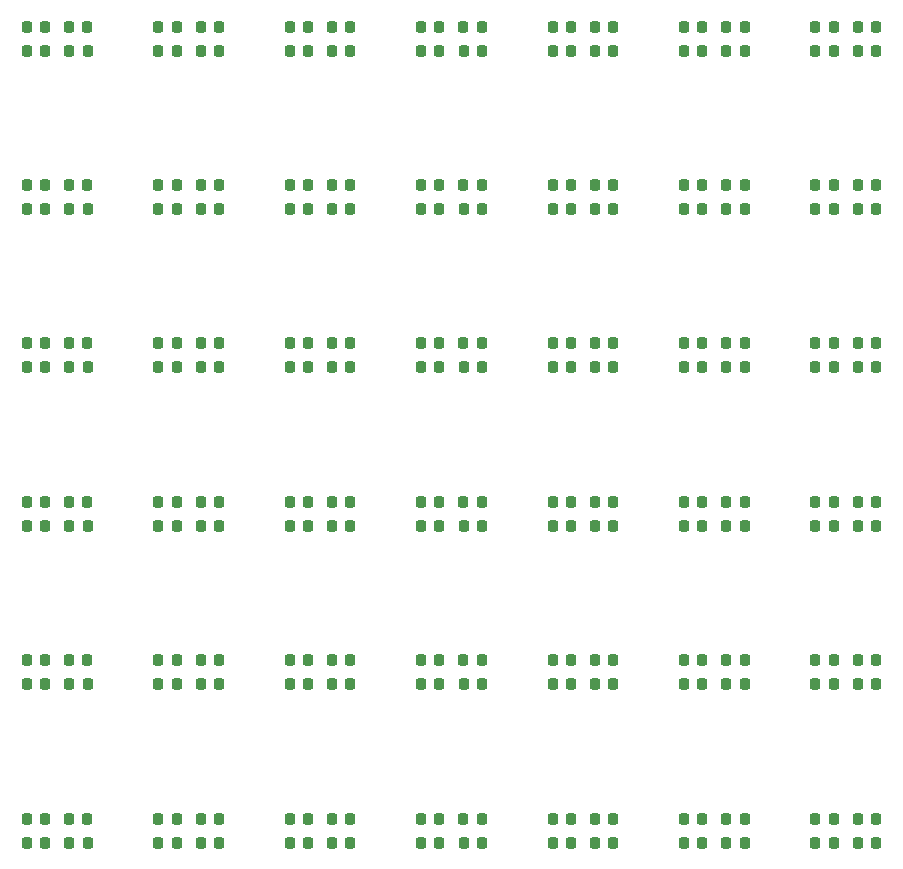
<source format=gbr>
%TF.GenerationSoftware,KiCad,Pcbnew,(6.0.5-0)*%
%TF.CreationDate,2022-12-26T11:12:43+01:00*%
%TF.ProjectId,panel,70616e65-6c2e-46b6-9963-61645f706362,rev?*%
%TF.SameCoordinates,Original*%
%TF.FileFunction,Paste,Bot*%
%TF.FilePolarity,Positive*%
%FSLAX46Y46*%
G04 Gerber Fmt 4.6, Leading zero omitted, Abs format (unit mm)*
G04 Created by KiCad (PCBNEW (6.0.5-0)) date 2022-12-26 11:12:43*
%MOMM*%
%LPD*%
G01*
G04 APERTURE LIST*
G04 Aperture macros list*
%AMRoundRect*
0 Rectangle with rounded corners*
0 $1 Rounding radius*
0 $2 $3 $4 $5 $6 $7 $8 $9 X,Y pos of 4 corners*
0 Add a 4 corners polygon primitive as box body*
4,1,4,$2,$3,$4,$5,$6,$7,$8,$9,$2,$3,0*
0 Add four circle primitives for the rounded corners*
1,1,$1+$1,$2,$3*
1,1,$1+$1,$4,$5*
1,1,$1+$1,$6,$7*
1,1,$1+$1,$8,$9*
0 Add four rect primitives between the rounded corners*
20,1,$1+$1,$2,$3,$4,$5,0*
20,1,$1+$1,$4,$5,$6,$7,0*
20,1,$1+$1,$6,$7,$8,$9,0*
20,1,$1+$1,$8,$9,$2,$3,0*%
G04 Aperture macros list end*
%ADD10RoundRect,0.225000X0.225000X0.250000X-0.225000X0.250000X-0.225000X-0.250000X0.225000X-0.250000X0*%
%ADD11RoundRect,0.225000X-0.225000X-0.250000X0.225000X-0.250000X0.225000X0.250000X-0.225000X0.250000X0*%
G04 APERTURE END LIST*
D10*
%TO.C,C1*%
X85260800Y-74879000D03*
X83710800Y-74879000D03*
%TD*%
%TO.C,C1*%
X40748800Y-74879000D03*
X39198800Y-74879000D03*
%TD*%
D11*
%TO.C,C3*%
X87305200Y-21223000D03*
X88855200Y-21223000D03*
%TD*%
%TO.C,C3*%
X42793200Y-48051000D03*
X44343200Y-48051000D03*
%TD*%
D10*
%TO.C,C1*%
X85260800Y-48051000D03*
X83710800Y-48051000D03*
%TD*%
%TO.C,C2*%
X85260800Y-86261000D03*
X83710800Y-86261000D03*
%TD*%
D11*
%TO.C,C3*%
X31665200Y-74879000D03*
X33215200Y-74879000D03*
%TD*%
D10*
%TO.C,C1*%
X29620800Y-61465000D03*
X28070800Y-61465000D03*
%TD*%
%TO.C,C2*%
X63004800Y-46019000D03*
X61454800Y-46019000D03*
%TD*%
D11*
%TO.C,C3*%
X65049200Y-21223000D03*
X66599200Y-21223000D03*
%TD*%
D10*
%TO.C,C2*%
X51876800Y-19191000D03*
X50326800Y-19191000D03*
%TD*%
%TO.C,C4*%
X33202200Y-32605000D03*
X31652200Y-32605000D03*
%TD*%
%TO.C,C1*%
X40748800Y-48051000D03*
X39198800Y-48051000D03*
%TD*%
%TO.C,C4*%
X44330200Y-72847000D03*
X42780200Y-72847000D03*
%TD*%
%TO.C,C2*%
X51876800Y-59433000D03*
X50326800Y-59433000D03*
%TD*%
%TO.C,C4*%
X88842200Y-72847000D03*
X87292200Y-72847000D03*
%TD*%
%TO.C,C1*%
X85260800Y-61465000D03*
X83710800Y-61465000D03*
%TD*%
%TO.C,C4*%
X77714200Y-46019000D03*
X76164200Y-46019000D03*
%TD*%
D11*
%TO.C,C3*%
X31665200Y-88293000D03*
X33215200Y-88293000D03*
%TD*%
D10*
%TO.C,C2*%
X40748800Y-59433000D03*
X39198800Y-59433000D03*
%TD*%
%TO.C,C4*%
X55458200Y-46019000D03*
X53908200Y-46019000D03*
%TD*%
%TO.C,C4*%
X44330200Y-19191000D03*
X42780200Y-19191000D03*
%TD*%
%TO.C,C4*%
X77714200Y-59433000D03*
X76164200Y-59433000D03*
%TD*%
%TO.C,C2*%
X29620800Y-32605000D03*
X28070800Y-32605000D03*
%TD*%
D11*
%TO.C,C3*%
X76177200Y-34637000D03*
X77727200Y-34637000D03*
%TD*%
D10*
%TO.C,C1*%
X40748800Y-21223000D03*
X39198800Y-21223000D03*
%TD*%
%TO.C,C2*%
X40748800Y-72847000D03*
X39198800Y-72847000D03*
%TD*%
%TO.C,C1*%
X29620800Y-34637000D03*
X28070800Y-34637000D03*
%TD*%
%TO.C,C4*%
X55458200Y-32605000D03*
X53908200Y-32605000D03*
%TD*%
D11*
%TO.C,C3*%
X76177200Y-88293000D03*
X77727200Y-88293000D03*
%TD*%
D10*
%TO.C,C1*%
X51876800Y-88293000D03*
X50326800Y-88293000D03*
%TD*%
%TO.C,C1*%
X29620800Y-21223000D03*
X28070800Y-21223000D03*
%TD*%
D11*
%TO.C,C3*%
X65049200Y-88293000D03*
X66599200Y-88293000D03*
%TD*%
D10*
%TO.C,C4*%
X88842200Y-32605000D03*
X87292200Y-32605000D03*
%TD*%
D11*
%TO.C,C3*%
X76177200Y-21223000D03*
X77727200Y-21223000D03*
%TD*%
D10*
%TO.C,C2*%
X74132800Y-19191000D03*
X72582800Y-19191000D03*
%TD*%
%TO.C,C1*%
X85260800Y-21223000D03*
X83710800Y-21223000D03*
%TD*%
%TO.C,C1*%
X51876800Y-21223000D03*
X50326800Y-21223000D03*
%TD*%
%TO.C,C2*%
X51876800Y-32605000D03*
X50326800Y-32605000D03*
%TD*%
D11*
%TO.C,C3*%
X87305200Y-61465000D03*
X88855200Y-61465000D03*
%TD*%
D10*
%TO.C,C2*%
X51876800Y-72847000D03*
X50326800Y-72847000D03*
%TD*%
%TO.C,C4*%
X88842200Y-86261000D03*
X87292200Y-86261000D03*
%TD*%
%TO.C,C4*%
X44330200Y-32605000D03*
X42780200Y-32605000D03*
%TD*%
D11*
%TO.C,C3*%
X20537200Y-48051000D03*
X22087200Y-48051000D03*
%TD*%
D10*
%TO.C,C1*%
X74132800Y-61465000D03*
X72582800Y-61465000D03*
%TD*%
%TO.C,C4*%
X44330200Y-46019000D03*
X42780200Y-46019000D03*
%TD*%
D11*
%TO.C,C3*%
X87305200Y-48051000D03*
X88855200Y-48051000D03*
%TD*%
D10*
%TO.C,C2*%
X18492800Y-19191000D03*
X16942800Y-19191000D03*
%TD*%
%TO.C,C2*%
X29620800Y-86261000D03*
X28070800Y-86261000D03*
%TD*%
%TO.C,C4*%
X66586200Y-72847000D03*
X65036200Y-72847000D03*
%TD*%
%TO.C,C4*%
X55458200Y-72847000D03*
X53908200Y-72847000D03*
%TD*%
%TO.C,C2*%
X18492800Y-32605000D03*
X16942800Y-32605000D03*
%TD*%
%TO.C,C1*%
X18492800Y-61465000D03*
X16942800Y-61465000D03*
%TD*%
%TO.C,C2*%
X40748800Y-32605000D03*
X39198800Y-32605000D03*
%TD*%
D11*
%TO.C,C3*%
X53921200Y-88293000D03*
X55471200Y-88293000D03*
%TD*%
%TO.C,C3*%
X87305200Y-88293000D03*
X88855200Y-88293000D03*
%TD*%
D10*
%TO.C,C1*%
X40748800Y-61465000D03*
X39198800Y-61465000D03*
%TD*%
%TO.C,C2*%
X74132800Y-59433000D03*
X72582800Y-59433000D03*
%TD*%
%TO.C,C2*%
X18492800Y-72847000D03*
X16942800Y-72847000D03*
%TD*%
D11*
%TO.C,C3*%
X53921200Y-21223000D03*
X55471200Y-21223000D03*
%TD*%
D10*
%TO.C,C4*%
X22074200Y-72847000D03*
X20524200Y-72847000D03*
%TD*%
D11*
%TO.C,C3*%
X87305200Y-74879000D03*
X88855200Y-74879000D03*
%TD*%
D10*
%TO.C,C1*%
X18492800Y-34637000D03*
X16942800Y-34637000D03*
%TD*%
%TO.C,C4*%
X88842200Y-46019000D03*
X87292200Y-46019000D03*
%TD*%
%TO.C,C2*%
X85260800Y-59433000D03*
X83710800Y-59433000D03*
%TD*%
%TO.C,C4*%
X22074200Y-32605000D03*
X20524200Y-32605000D03*
%TD*%
D11*
%TO.C,C3*%
X53921200Y-74879000D03*
X55471200Y-74879000D03*
%TD*%
D10*
%TO.C,C4*%
X33202200Y-86261000D03*
X31652200Y-86261000D03*
%TD*%
%TO.C,C2*%
X63004800Y-32605000D03*
X61454800Y-32605000D03*
%TD*%
D11*
%TO.C,C3*%
X31665200Y-61465000D03*
X33215200Y-61465000D03*
%TD*%
D10*
%TO.C,C4*%
X55458200Y-19191000D03*
X53908200Y-19191000D03*
%TD*%
%TO.C,C2*%
X63004800Y-72847000D03*
X61454800Y-72847000D03*
%TD*%
%TO.C,C1*%
X63004800Y-21223000D03*
X61454800Y-21223000D03*
%TD*%
%TO.C,C2*%
X29620800Y-19191000D03*
X28070800Y-19191000D03*
%TD*%
%TO.C,C1*%
X51876800Y-34637000D03*
X50326800Y-34637000D03*
%TD*%
%TO.C,C2*%
X85260800Y-46019000D03*
X83710800Y-46019000D03*
%TD*%
%TO.C,C1*%
X40748800Y-88293000D03*
X39198800Y-88293000D03*
%TD*%
D11*
%TO.C,C3*%
X42793200Y-61465000D03*
X44343200Y-61465000D03*
%TD*%
D10*
%TO.C,C4*%
X77714200Y-32605000D03*
X76164200Y-32605000D03*
%TD*%
%TO.C,C1*%
X74132800Y-48051000D03*
X72582800Y-48051000D03*
%TD*%
%TO.C,C1*%
X29620800Y-48051000D03*
X28070800Y-48051000D03*
%TD*%
%TO.C,C4*%
X44330200Y-86261000D03*
X42780200Y-86261000D03*
%TD*%
%TO.C,C2*%
X85260800Y-72847000D03*
X83710800Y-72847000D03*
%TD*%
%TO.C,C4*%
X77714200Y-86261000D03*
X76164200Y-86261000D03*
%TD*%
%TO.C,C4*%
X44330200Y-59433000D03*
X42780200Y-59433000D03*
%TD*%
D11*
%TO.C,C3*%
X20537200Y-88293000D03*
X22087200Y-88293000D03*
%TD*%
D10*
%TO.C,C1*%
X85260800Y-88293000D03*
X83710800Y-88293000D03*
%TD*%
%TO.C,C2*%
X51876800Y-86261000D03*
X50326800Y-86261000D03*
%TD*%
%TO.C,C1*%
X51876800Y-48051000D03*
X50326800Y-48051000D03*
%TD*%
D11*
%TO.C,C3*%
X20537200Y-21223000D03*
X22087200Y-21223000D03*
%TD*%
D10*
%TO.C,C2*%
X18492800Y-86261000D03*
X16942800Y-86261000D03*
%TD*%
%TO.C,C4*%
X33202200Y-19191000D03*
X31652200Y-19191000D03*
%TD*%
%TO.C,C1*%
X63004800Y-88293000D03*
X61454800Y-88293000D03*
%TD*%
%TO.C,C4*%
X22074200Y-19191000D03*
X20524200Y-19191000D03*
%TD*%
%TO.C,C1*%
X74132800Y-88293000D03*
X72582800Y-88293000D03*
%TD*%
D11*
%TO.C,C3*%
X65049200Y-61465000D03*
X66599200Y-61465000D03*
%TD*%
D10*
%TO.C,C4*%
X33202200Y-59433000D03*
X31652200Y-59433000D03*
%TD*%
D11*
%TO.C,C3*%
X65049200Y-48051000D03*
X66599200Y-48051000D03*
%TD*%
%TO.C,C3*%
X31665200Y-48051000D03*
X33215200Y-48051000D03*
%TD*%
D10*
%TO.C,C1*%
X29620800Y-88293000D03*
X28070800Y-88293000D03*
%TD*%
D11*
%TO.C,C3*%
X53921200Y-61465000D03*
X55471200Y-61465000D03*
%TD*%
D10*
%TO.C,C2*%
X74132800Y-72847000D03*
X72582800Y-72847000D03*
%TD*%
%TO.C,C2*%
X29620800Y-46019000D03*
X28070800Y-46019000D03*
%TD*%
%TO.C,C1*%
X63004800Y-61465000D03*
X61454800Y-61465000D03*
%TD*%
D11*
%TO.C,C3*%
X87305200Y-34637000D03*
X88855200Y-34637000D03*
%TD*%
D10*
%TO.C,C2*%
X29620800Y-59433000D03*
X28070800Y-59433000D03*
%TD*%
D11*
%TO.C,C3*%
X31665200Y-21223000D03*
X33215200Y-21223000D03*
%TD*%
%TO.C,C3*%
X42793200Y-34637000D03*
X44343200Y-34637000D03*
%TD*%
D10*
%TO.C,C4*%
X55458200Y-86261000D03*
X53908200Y-86261000D03*
%TD*%
D11*
%TO.C,C3*%
X20537200Y-74879000D03*
X22087200Y-74879000D03*
%TD*%
D10*
%TO.C,C2*%
X40748800Y-19191000D03*
X39198800Y-19191000D03*
%TD*%
%TO.C,C2*%
X74132800Y-32605000D03*
X72582800Y-32605000D03*
%TD*%
D11*
%TO.C,C3*%
X20537200Y-34637000D03*
X22087200Y-34637000D03*
%TD*%
D10*
%TO.C,C1*%
X74132800Y-74879000D03*
X72582800Y-74879000D03*
%TD*%
D11*
%TO.C,C3*%
X53921200Y-48051000D03*
X55471200Y-48051000D03*
%TD*%
D10*
%TO.C,C2*%
X51876800Y-46019000D03*
X50326800Y-46019000D03*
%TD*%
D11*
%TO.C,C3*%
X42793200Y-74879000D03*
X44343200Y-74879000D03*
%TD*%
D10*
%TO.C,C4*%
X66586200Y-86261000D03*
X65036200Y-86261000D03*
%TD*%
%TO.C,C1*%
X18492800Y-74879000D03*
X16942800Y-74879000D03*
%TD*%
D11*
%TO.C,C3*%
X42793200Y-88293000D03*
X44343200Y-88293000D03*
%TD*%
D10*
%TO.C,C4*%
X55458200Y-59433000D03*
X53908200Y-59433000D03*
%TD*%
%TO.C,C4*%
X77714200Y-19191000D03*
X76164200Y-19191000D03*
%TD*%
%TO.C,C2*%
X63004800Y-86261000D03*
X61454800Y-86261000D03*
%TD*%
%TO.C,C2*%
X85260800Y-19191000D03*
X83710800Y-19191000D03*
%TD*%
%TO.C,C1*%
X51876800Y-61465000D03*
X50326800Y-61465000D03*
%TD*%
%TO.C,C2*%
X18492800Y-46019000D03*
X16942800Y-46019000D03*
%TD*%
%TO.C,C2*%
X40748800Y-46019000D03*
X39198800Y-46019000D03*
%TD*%
%TO.C,C4*%
X22074200Y-86261000D03*
X20524200Y-86261000D03*
%TD*%
%TO.C,C4*%
X66586200Y-19191000D03*
X65036200Y-19191000D03*
%TD*%
%TO.C,C1*%
X63004800Y-74879000D03*
X61454800Y-74879000D03*
%TD*%
%TO.C,C2*%
X29620800Y-72847000D03*
X28070800Y-72847000D03*
%TD*%
%TO.C,C1*%
X40748800Y-34637000D03*
X39198800Y-34637000D03*
%TD*%
%TO.C,C1*%
X85260800Y-34637000D03*
X83710800Y-34637000D03*
%TD*%
%TO.C,C4*%
X33202200Y-46019000D03*
X31652200Y-46019000D03*
%TD*%
%TO.C,C4*%
X66586200Y-46019000D03*
X65036200Y-46019000D03*
%TD*%
%TO.C,C1*%
X63004800Y-48051000D03*
X61454800Y-48051000D03*
%TD*%
%TO.C,C2*%
X18492800Y-59433000D03*
X16942800Y-59433000D03*
%TD*%
D11*
%TO.C,C3*%
X65049200Y-74879000D03*
X66599200Y-74879000D03*
%TD*%
D10*
%TO.C,C4*%
X88842200Y-19191000D03*
X87292200Y-19191000D03*
%TD*%
%TO.C,C2*%
X85260800Y-32605000D03*
X83710800Y-32605000D03*
%TD*%
%TO.C,C1*%
X18492800Y-48051000D03*
X16942800Y-48051000D03*
%TD*%
%TO.C,C4*%
X66586200Y-59433000D03*
X65036200Y-59433000D03*
%TD*%
D11*
%TO.C,C3*%
X42793200Y-21223000D03*
X44343200Y-21223000D03*
%TD*%
%TO.C,C3*%
X65049200Y-34637000D03*
X66599200Y-34637000D03*
%TD*%
D10*
%TO.C,C4*%
X22074200Y-46019000D03*
X20524200Y-46019000D03*
%TD*%
D11*
%TO.C,C3*%
X53921200Y-34637000D03*
X55471200Y-34637000D03*
%TD*%
D10*
%TO.C,C1*%
X29620800Y-74879000D03*
X28070800Y-74879000D03*
%TD*%
%TO.C,C1*%
X18492800Y-21223000D03*
X16942800Y-21223000D03*
%TD*%
%TO.C,C4*%
X33202200Y-72847000D03*
X31652200Y-72847000D03*
%TD*%
%TO.C,C1*%
X63004800Y-34637000D03*
X61454800Y-34637000D03*
%TD*%
%TO.C,C2*%
X63004800Y-59433000D03*
X61454800Y-59433000D03*
%TD*%
%TO.C,C1*%
X74132800Y-34637000D03*
X72582800Y-34637000D03*
%TD*%
D11*
%TO.C,C3*%
X76177200Y-61465000D03*
X77727200Y-61465000D03*
%TD*%
D10*
%TO.C,C2*%
X74132800Y-46019000D03*
X72582800Y-46019000D03*
%TD*%
%TO.C,C1*%
X74132800Y-21223000D03*
X72582800Y-21223000D03*
%TD*%
%TO.C,C1*%
X18492800Y-88293000D03*
X16942800Y-88293000D03*
%TD*%
%TO.C,C4*%
X77714200Y-72847000D03*
X76164200Y-72847000D03*
%TD*%
%TO.C,C2*%
X74132800Y-86261000D03*
X72582800Y-86261000D03*
%TD*%
%TO.C,C2*%
X40748800Y-86261000D03*
X39198800Y-86261000D03*
%TD*%
%TO.C,C2*%
X63004800Y-19191000D03*
X61454800Y-19191000D03*
%TD*%
D11*
%TO.C,C3*%
X76177200Y-48051000D03*
X77727200Y-48051000D03*
%TD*%
%TO.C,C3*%
X31665200Y-34637000D03*
X33215200Y-34637000D03*
%TD*%
D10*
%TO.C,C4*%
X22074200Y-59433000D03*
X20524200Y-59433000D03*
%TD*%
D11*
%TO.C,C3*%
X76177200Y-74879000D03*
X77727200Y-74879000D03*
%TD*%
D10*
%TO.C,C1*%
X51876800Y-74879000D03*
X50326800Y-74879000D03*
%TD*%
%TO.C,C4*%
X66586200Y-32605000D03*
X65036200Y-32605000D03*
%TD*%
%TO.C,C4*%
X88842200Y-59433000D03*
X87292200Y-59433000D03*
%TD*%
D11*
%TO.C,C3*%
X20537200Y-61465000D03*
X22087200Y-61465000D03*
%TD*%
M02*

</source>
